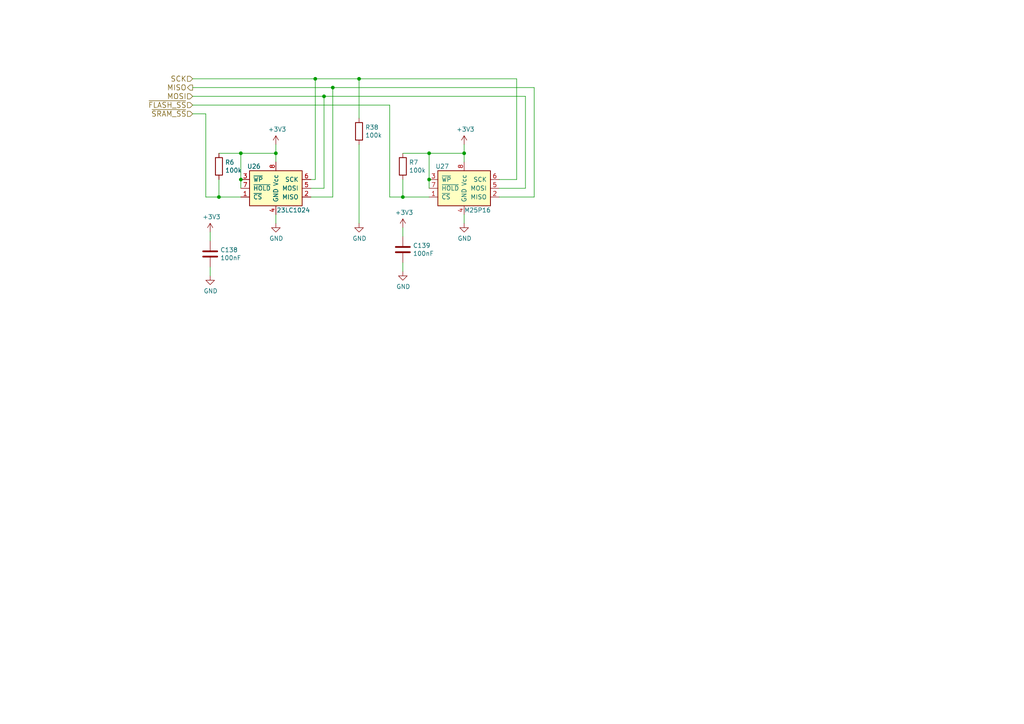
<source format=kicad_sch>
(kicad_sch (version 20211123) (generator eeschema)
  (paper "A4")
  (title_block (title "Memory Banks") (date "2016-06-22"))
  (lib_symbols
    (symbol "Device:C" (pin_numbers hide) (pin_names (offset 0.254))
      (property "Reference" "C" (at 0.635 2.54 0))
      (property "Value" "C" (at 0.635 -2.54 0))
      (symbol "C_0_1"
        (polyline (pts (xy -2.032 -0.762) (xy 2.032 -0.762)) (stroke (width 0.508)))
        (polyline (pts (xy -2.032 0.762) (xy 2.032 0.762)) (stroke (width 0.508)))
      )
      (symbol "C_1_1"
        (pin passive line (at 0 3.81 270) (length 2.794) (name "~") (number "1"))
        (pin passive line (at 0 -3.81 90) (length 2.794) (name "~") (number "2"))
      )
    )
    (symbol "Device:R" (pin_numbers hide) (pin_names (offset 0))
      (property "Reference" "R" (at 2.032 0 90))
      (property "Value" "R" (at 0 0 90))
      (symbol "R_0_1"
        (rectangle (start -1.016 -2.54) (end 1.016 2.54) (stroke (width 0.254)))
      )
      (symbol "R_1_1"
        (pin passive line (at 0 3.81 270) (length 1.27) (name "~") (number "1"))
        (pin passive line (at 0 -3.81 90) (length 1.27) (name "~") (number "2"))
      )
    )
    (symbol "Mainboard-rescue:+3.3V-power" (power) (pin_names (offset 0))
      (property "Value" "+3.3V-power" (at 0 3.556 0))
      (symbol "+3.3V-power_0_1"
        (polyline (pts (xy -0.762 1.27) (xy 0 2.54)))
        (polyline (pts (xy 0 0) (xy 0 2.54)))
        (polyline (pts (xy 0 2.54) (xy 0.762 1.27)))
      )
      (symbol "+3.3V-power_1_1"
        (pin power_in line (at 0 0 90) (length 0) hide (name "+3V3") (number "1"))
      )
    )
    (symbol "Mainboard-rescue:AT25_EEPROM-eeprom" (pin_names (offset 1.016))
      (property "Reference" "U" (at -7.62 6.35 0))
      (property "Value" "AT25_EEPROM-eeprom" (at 1.27 6.35 0))
      (symbol "AT25_EEPROM-eeprom_0_1"
        (rectangle (start -7.62 5.08) (end 7.62 -5.08) (stroke (width 0.254)) (fill (type background)))
      )
      (symbol "AT25_EEPROM-eeprom_1_1"
        (pin input line (at -10.16 -2.54 0) (length 2.54) (name "~{CS}") (number "1"))
        (pin input line (at 10.16 -2.54 180) (length 2.54) (name "MISO") (number "2"))
        (pin input line (at -10.16 2.54 0) (length 2.54) (name "~{WP}") (number "3"))
        (pin power_in line (at 0 -7.62 90) (length 2.54) (name "GND") (number "4"))
        (pin input line (at 10.16 0 180) (length 2.54) (name "MOSI") (number "5"))
        (pin input line (at 10.16 2.54 180) (length 2.54) (name "SCK") (number "6"))
        (pin input line (at -10.16 0 0) (length 2.54) (name "~{HOLD}") (number "7"))
        (pin power_in line (at 0 7.62 270) (length 2.54) (name "Vcc") (number "8"))
      )
    )
    (symbol "Mainboard-rescue:GND-power" (power) (pin_names (offset 0))
      (property "Value" "GND-power" (at 0 -3.81 0))
      (symbol "GND-power_0_1"
        (polyline (pts (xy 0 0) (xy 0 -1.27) (xy 1.27 -1.27) (xy 0 -2.54) (xy -1.27 -1.27) (xy 0 -1.27)))
      )
      (symbol "GND-power_1_1"
        (pin power_in line (at 0 0 270) (length 0) hide (name "GND") (number "1"))
      )
    )
  )
  (junction (at 69.85 52.07))
  (junction (at 124.46 44.45))
  (junction (at 80.01 44.45))
  (junction (at 96.52 25.4))
  (junction (at 93.98 27.94))
  (junction (at 91.44 22.86))
  (junction (at 124.46 52.07))
  (junction (at 116.84 57.15))
  (junction (at 104.14 22.86))
  (junction (at 63.5 57.15))
  (junction (at 134.62 44.45))
  (junction (at 69.85 44.45))
  (wire (pts (xy 154.94 57.15) (xy 144.78 57.15)))
  (wire (pts (xy 96.52 57.15) (xy 90.17 57.15)))
  (wire (pts (xy 134.62 62.23) (xy 134.62 64.77)))
  (wire (pts (xy 104.14 22.86) (xy 104.14 34.29)))
  (wire (pts (xy 60.96 77.47) (xy 60.96 80.01)))
  (wire (pts (xy 96.52 25.4) (xy 96.52 57.15)))
  (wire (pts (xy 60.96 67.31) (xy 60.96 69.85)))
  (wire (pts (xy 69.85 44.45) (xy 69.85 52.07)))
  (wire (pts (xy 80.01 41.91) (xy 80.01 44.45)))
  (wire (pts (xy 55.88 22.86) (xy 91.44 22.86)))
  (wire (pts (xy 116.84 57.15) (xy 124.46 57.15)))
  (wire (pts (xy 104.14 41.91) (xy 104.14 64.77)))
  (wire (pts (xy 152.4 54.61) (xy 144.78 54.61)))
  (wire (pts (xy 124.46 44.45) (xy 124.46 52.07)))
  (wire (pts (xy 69.85 44.45) (xy 80.01 44.45)))
  (wire (pts (xy 113.03 57.15) (xy 116.84 57.15)))
  (wire (pts (xy 113.03 30.48) (xy 113.03 57.15)))
  (wire (pts (xy 124.46 44.45) (xy 134.62 44.45)))
  (wire (pts (xy 152.4 27.94) (xy 152.4 54.61)))
  (wire (pts (xy 149.86 22.86) (xy 149.86 52.07)))
  (wire (pts (xy 63.5 44.45) (xy 69.85 44.45)))
  (wire (pts (xy 55.88 30.48) (xy 113.03 30.48)))
  (wire (pts (xy 116.84 76.2) (xy 116.84 78.74)))
  (wire (pts (xy 63.5 52.07) (xy 63.5 57.15)))
  (wire (pts (xy 134.62 41.91) (xy 134.62 44.45)))
  (wire (pts (xy 55.88 27.94) (xy 93.98 27.94)))
  (wire (pts (xy 80.01 62.23) (xy 80.01 64.77)))
  (wire (pts (xy 134.62 44.45) (xy 134.62 46.99)))
  (wire (pts (xy 96.52 25.4) (xy 154.94 25.4)))
  (wire (pts (xy 116.84 44.45) (xy 124.46 44.45)))
  (wire (pts (xy 93.98 54.61) (xy 90.17 54.61)))
  (wire (pts (xy 55.88 33.02) (xy 59.69 33.02)))
  (wire (pts (xy 59.69 33.02) (xy 59.69 57.15)))
  (wire (pts (xy 91.44 52.07) (xy 90.17 52.07)))
  (wire (pts (xy 149.86 52.07) (xy 144.78 52.07)))
  (wire (pts (xy 154.94 25.4) (xy 154.94 57.15)))
  (wire (pts (xy 80.01 44.45) (xy 80.01 46.99)))
  (wire (pts (xy 91.44 22.86) (xy 104.14 22.86)))
  (wire (pts (xy 91.44 22.86) (xy 91.44 52.07)))
  (wire (pts (xy 63.5 57.15) (xy 69.85 57.15)))
  (wire (pts (xy 124.46 52.07) (xy 124.46 54.61)))
  (wire (pts (xy 93.98 27.94) (xy 93.98 54.61)))
  (wire (pts (xy 55.88 25.4) (xy 96.52 25.4)))
  (wire (pts (xy 116.84 52.07) (xy 116.84 57.15)))
  (wire (pts (xy 69.85 52.07) (xy 69.85 54.61)))
  (wire (pts (xy 116.84 66.04) (xy 116.84 68.58)))
  (wire (pts (xy 93.98 27.94) (xy 152.4 27.94)))
  (wire (pts (xy 59.69 57.15) (xy 63.5 57.15)))
  (wire (pts (xy 104.14 22.86) (xy 149.86 22.86)))
  (hierarchical_label "~{FLASH_SS}" (shape input) (at 55.88 30.48 180) (effects (font (size 1.524 1.524))))
  (hierarchical_label "MOSI" (shape input) (at 55.88 27.94 180) (effects (font (size 1.524 1.524))))
  (hierarchical_label "SCK" (shape input) (at 55.88 22.86 180) (effects (font (size 1.524 1.524))))
  (hierarchical_label "~{SRAM_SS}" (shape input) (at 55.88 33.02 180) (effects (font (size 1.524 1.524))))
  (hierarchical_label "MISO" (shape output) (at 55.88 25.4 180) (effects (font (size 1.524 1.524))))
  (symbol (lib_id "Mainboard-rescue:AT25_EEPROM-eeprom") (at 80.01 54.61 0) (unit 1)
    (property "Reference" "U26" (at 73.66 48.26 0))
    (property "Value" "23LC1024" (at 85.09 60.96 0))
    (property "Footprint" "Housings_SOIC:SOIC-8_3.9x4.9mm_Pitch1.27mm" (effects hide))
    (property "Manufacturer" "Microchip" (effects hide))
    (property "Type" "23LC1024-I/SN" (effects hide))
    (property "Source" "Farnell" (effects hide))
    (property "Order Number" "2212150" (effects hide))
  )
  (symbol (lib_id "Mainboard-rescue:AT25_EEPROM-eeprom") (at 134.62 54.61 0) (unit 1)
    (property "Reference" "U27" (at 128.27 48.26 0))
    (property "Value" "M25P16" (at 134.62 60.96 0) (effects (justify left)))
    (property "Footprint" "Housings_SOIC:SOIC-8_3.9x4.9mm_Pitch1.27mm" (effects hide))
    (property "Manufacturer" "Micron" (effects hide))
    (property "Type" "M25P16-VMN6P" (effects hide))
    (property "Source" "Farnell" (effects hide))
    (property "Order Number" "1734973" (effects hide))
  )
  (symbol (lib_id "Mainboard-rescue:+3.3V-power") (at 80.01 41.91 0) (unit 1)
    (property "Reference" "#PWR0224" (effects hide))
    (property "Value" "+3.3V" (at 80.391 37.5158 0))
  )
  (symbol (lib_id "Mainboard-rescue:+3.3V-power") (at 134.62 41.91 0) (unit 1)
    (property "Reference" "#PWR0225" (effects hide))
    (property "Value" "+3.3V" (at 135.001 37.5158 0))
  )
  (symbol (lib_id "Mainboard-rescue:GND-power") (at 80.01 64.77 0) (unit 1)
    (property "Reference" "#PWR0226" (effects hide))
    (property "Value" "GND" (at 80.137 69.1642 0))
  )
  (symbol (lib_id "Mainboard-rescue:GND-power") (at 134.62 64.77 0) (unit 1)
    (property "Reference" "#PWR0227" (effects hide))
    (property "Value" "GND" (at 134.747 69.1642 0))
  )
  (symbol (lib_id "Device:R") (at 63.5 48.26 0) (unit 1)
    (property "Reference" "R6" (at 65.278 47.0916 0) (effects (justify left)))
    (property "Value" "100k" (at 65.278 49.403 0) (effects (justify left)))
    (property "Footprint" "Resistors_SMD:R_0603_HandSoldering" (effects hide))
    (property "Manufacturer" "Value" (effects hide))
    (property "Type" "Value" (effects hide))
    (property "Source" "Farnell" (effects hide))
    (property "Order Number" "Value" (effects hide))
  )
  (symbol (lib_id "Device:R") (at 116.84 48.26 0) (unit 1)
    (property "Reference" "R7" (at 118.618 47.0916 0) (effects (justify left)))
    (property "Value" "100k" (at 118.618 49.403 0) (effects (justify left)))
    (property "Footprint" "Resistors_SMD:R_0603_HandSoldering" (effects hide))
    (property "Manufacturer" "Value" (effects hide))
    (property "Type" "Value" (effects hide))
    (property "Source" "Farnell" (effects hide))
    (property "Order Number" "Value" (effects hide))
  )
  (symbol (lib_id "Mainboard-rescue:+3.3V-power") (at 60.96 67.31 0) (unit 1)
    (property "Reference" "#PWR0228" (effects hide))
    (property "Value" "+3.3V" (at 61.341 62.9158 0))
  )
  (symbol (lib_id "Mainboard-rescue:+3.3V-power") (at 116.84 66.04 0) (unit 1)
    (property "Reference" "#PWR0229" (effects hide))
    (property "Value" "+3.3V" (at 117.221 61.6458 0))
  )
  (symbol (lib_id "Device:C") (at 60.96 73.66 0) (unit 1)
    (property "Reference" "C138" (at 63.881 72.4916 0) (effects (justify left)))
    (property "Value" "100nF" (at 63.881 74.803 0) (effects (justify left)))
    (property "Footprint" "Capacitors_SMD:C_0603_HandSoldering" (effects hide))
    (property "Manufacturer" "Value" (effects hide))
    (property "Type" "Value" (effects hide))
    (property "Source" "Farnell" (effects hide))
    (property "Order Number" "Value" (effects hide))
  )
  (symbol (lib_id "Device:C") (at 116.84 72.39 0) (unit 1)
    (property "Reference" "C139" (at 119.761 71.2216 0) (effects (justify left)))
    (property "Value" "100nF" (at 119.761 73.533 0) (effects (justify left)))
    (property "Footprint" "Capacitors_SMD:C_0603_HandSoldering" (effects hide))
    (property "Manufacturer" "Value" (effects hide))
    (property "Type" "Value" (effects hide))
    (property "Source" "Farnell" (effects hide))
    (property "Order Number" "Value" (effects hide))
  )
  (symbol (lib_id "Mainboard-rescue:GND-power") (at 60.96 80.01 0) (unit 1)
    (property "Reference" "#PWR0230" (effects hide))
    (property "Value" "GND" (at 61.087 84.4042 0))
  )
  (symbol (lib_id "Mainboard-rescue:GND-power") (at 116.84 78.74 0) (unit 1)
    (property "Reference" "#PWR0231" (effects hide))
    (property "Value" "GND" (at 116.967 83.1342 0))
  )
  (symbol (lib_id "Device:R") (at 104.14 38.1 0) (unit 1)
    (property "Reference" "R38" (at 105.918 36.9316 0) (effects (justify left)))
    (property "Value" "100k" (at 105.918 39.243 0) (effects (justify left)))
    (property "Footprint" "Resistors_SMD:R_0603_HandSoldering" (effects hide))
    (property "Manufacturer" "Value" (effects hide))
    (property "Type" "Value" (effects hide))
    (property "Source" "Farnell" (effects hide))
    (property "Order Number" "Value" (effects hide))
  )
  (symbol (lib_id "Mainboard-rescue:GND-power") (at 104.14 64.77 0) (unit 1)
    (property "Reference" "#PWR0232" (effects hide))
    (property "Value" "GND" (at 104.267 69.1642 0))
  )
)
</source>
